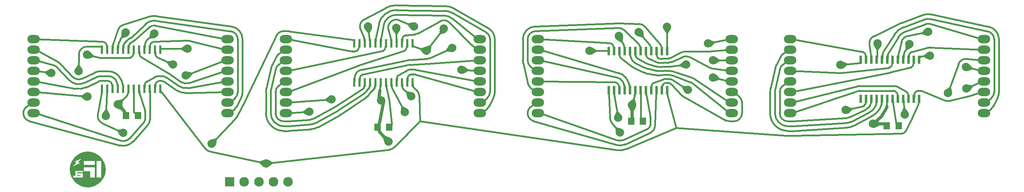
<source format=gbr>
G04 DipTrace 2.4.0.2*
%INÍèæí³é.gbr*%
%MOMM*%
%ADD13C,0.8*%
%ADD14C,0.4*%
%ADD15C,0.0*%
%ADD16R,2.3X2.3*%
%ADD17C,2.3*%
%ADD19O,3.0X2.0*%
%ADD20R,1.6X1.8*%
%ADD21R,0.6X2.0*%
%ADD23C,2.0*%
%FSLAX53Y53*%
G04*
G71*
G90*
G75*
G01*
%LNBottom*%
%LPD*%
X220606Y32852D2*
D14*
X220433Y33253D1*
X220242Y32860D1*
X217136Y28663D2*
D13*
X217386Y28117D1*
X218576Y28663D1*
X217386Y29208D1*
X217136Y28663D1*
X101194Y24391D2*
X101424Y24945D1*
X100215Y25447D1*
X100624Y24204D1*
X101194Y24391D1*
X159467Y33230D2*
D14*
X160231Y33468D1*
X159861Y34657D1*
X158933Y33826D1*
X159467Y33230D1*
X217136Y28663D2*
D13*
X217723Y28538D1*
X217866Y29216D1*
X217136Y28663D1*
X159467Y33230D2*
X158922Y32980D1*
X159467Y31790D1*
X160012Y32980D1*
X159467Y33230D1*
X36392Y33375D2*
D14*
X37167Y33177D1*
X37474Y34384D1*
X36249Y34162D1*
X36392Y33375D1*
X99232Y36676D2*
X99123Y37099D1*
X98874Y36740D1*
X36392Y33375D2*
D13*
X36173Y32816D1*
X37392Y32339D1*
X36958Y33574D1*
X36392Y33375D1*
X220542Y34665D2*
D14*
X220442Y33865D1*
Y33665D1*
Y33655D1*
Y33645D1*
X220422Y32773D1*
D13*
X220419Y32766D1*
X220403Y32727D1*
X220385Y32689D1*
X219928Y31713D1*
G02X219323Y30752I-4166J1953D01*
G01*
X218814Y30130D1*
G02X217866Y29216I-4325J3539D01*
G01*
X101194Y24391D2*
X99053Y26702D1*
G02X98946Y26974I293J272D01*
G01*
Y27373D1*
X98546Y27873D1*
X159291Y29287D2*
X159467Y29787D1*
X38951Y37046D2*
D14*
X38851Y36246D1*
Y36046D1*
G02X38575Y35410I-870J0D01*
G01*
X36392Y33375D1*
X99305Y38635D2*
X99205Y37835D1*
Y37635D1*
G02X99191Y37482I-874J0D01*
G01*
X99039Y36626D1*
D13*
X98849Y34572D1*
X99447Y34291D1*
X217866Y29216D2*
X217174Y29261D1*
X217136Y28663D1*
X220447Y28167D2*
X220047Y28663D1*
X217136D2*
X220047D1*
X99447Y34291D2*
X99995Y34466D1*
X99996Y34461D2*
X99995Y34466D1*
X99447Y34291D2*
X100011Y34179D1*
G03X99996Y34461I-565J112D01*
G01*
X98546Y27873D2*
X98946Y28373D1*
Y28774D1*
X98948Y28813D1*
X98954Y28851D1*
X100011Y34179D1*
X159467Y33230D2*
D14*
X160092Y35497D1*
G03X160124Y35728I-840J231D01*
G01*
Y35928D1*
X160224Y36728D1*
X159467Y29787D2*
D13*
Y33230D1*
X38413Y30635D2*
X38013Y31135D1*
X36392Y33375D2*
X37901Y31813D1*
G02X38013Y31535I-288J-278D01*
G01*
Y31135D1*
X99447Y34291D2*
X98897Y34122D1*
G03X99996Y34461I550J170D01*
G01*
X98895Y34127D2*
X98897Y34122D1*
X98849Y34572D2*
G03X98895Y34127I1146J-106D01*
G01*
X71860Y19146D2*
D14*
X72364Y18526D1*
X73330Y19311D1*
X72214Y19863D1*
X71860Y19146D1*
X71577Y19895D1*
X70412Y19455D1*
X71290Y18577D1*
X71860Y19146D1*
X167844Y36728D2*
X167944Y35928D1*
Y35728D1*
X167945Y35703D1*
X167950Y35677D1*
X170072Y27716D1*
X196368Y25824D1*
G03X196755Y25810I387J5376D01*
G01*
X197755D1*
X197807D1*
X197860Y25811D1*
X224065Y26317D1*
G03X224900Y26849I-18J950D01*
G01*
X226482Y30080D1*
X226490Y30097D1*
X226498Y30114D1*
X227981Y33298D1*
G03X228062Y33665I-790J368D01*
G01*
Y33865D1*
X228162Y34665D1*
X106925Y38635D2*
X107025Y37835D1*
Y37635D1*
G03X107091Y37486I200J0D01*
G01*
X107915Y36750D1*
G02X108565Y35338I-1299J-1454D01*
G01*
X108694Y29322D1*
X102593Y23033D1*
G02X101411Y22453I-1400J1358D01*
G01*
X71860Y19146D1*
X108694Y29322D2*
X155939Y22356D1*
G03X158230Y22653I620J4205D01*
G01*
X170072Y27716D1*
X71860Y19146D2*
X58485Y22000D1*
G02X57344Y22720I407J1907D01*
G01*
X47030Y36168D1*
G03X46871Y36246I-159J-122D01*
G01*
X46671D1*
X46571Y37046D1*
X110276Y46226D2*
X110079Y47002D1*
X108872Y46695D1*
X109653Y45725D1*
X110276Y46226D1*
X167815Y52002D2*
X167142Y51570D1*
X167815Y50523D1*
X168488Y51570D1*
X167815Y52002D1*
X230764Y45063D2*
X230276Y45696D1*
X229290Y44935D1*
X230391Y44355D1*
X230764Y45063D1*
X114443Y51587D2*
X113646Y51659D1*
X113535Y50419D1*
X114709Y50833D1*
X114443Y51587D1*
X110276Y46226D2*
X111073Y46154D1*
X111184Y47395D1*
X110010Y46981D1*
X110276Y46226D1*
X53124Y46728D2*
X52691Y47401D1*
X51644Y46728D1*
X52691Y46054D1*
X53124Y46728D1*
X106925Y48035D2*
X107025Y47235D1*
X107225D1*
X107257Y47232D1*
X107288Y47224D1*
X110276Y46226D1*
X167844Y46129D2*
X167815Y46929D1*
Y52002D1*
X228162Y44065D2*
X228262Y44865D1*
X228462D1*
X228471D1*
X228480Y44866D1*
X230764Y45063D1*
X53124Y46728D2*
X46671D1*
X46571Y46446D1*
X110276Y46226D2*
X114443Y51587D1*
X33871Y46446D2*
X33771Y47246D1*
Y47446D1*
G03X33249Y48243I-870J0D01*
G01*
X33081Y48317D1*
G03X32737Y48395I-379J-869D01*
G01*
X16765Y48990D1*
X16265D1*
X29159Y35202D2*
X28787Y35911D1*
X27685Y35332D1*
X28669Y34570D1*
X29159Y35202D1*
X49655Y42904D2*
X49549Y43697D1*
X48315Y43531D1*
X48979Y42477D1*
X49655Y42904D1*
X29159Y35202D2*
X16765Y36290D1*
X16265D1*
X45301Y46446D2*
X45401Y45646D1*
Y45446D1*
G03X45903Y44658I870J0D01*
G01*
X49655Y42904D1*
X16265Y36290D2*
D3*
X38951Y46446D2*
X39051Y47246D1*
Y47446D1*
X39054Y47475D1*
X39060Y47504D1*
X39061Y47508D1*
G02X39184Y47761I858J-261D01*
G01*
X39278Y47895D1*
G02X39558Y48142I643J-449D01*
G01*
X39575Y48150D1*
G03X40125Y48528I-1283J2457D01*
G01*
X43856Y51818D1*
G02X45522Y52269I1290J-1463D01*
G01*
X62165Y48990D1*
X62665D1*
X29051Y45291D2*
X29304Y44532D1*
X30485Y44927D1*
X29635Y45837D1*
X29051Y45291D1*
X20546Y40854D2*
X20209Y41580D1*
X19080Y41054D1*
X20027Y40246D1*
X20546Y40854D1*
X40221Y46446D2*
X40121Y45646D1*
Y45446D1*
G02X39599Y44649I-870J0D01*
G01*
X39431Y44575D1*
G02X39051Y44496I-380J871D01*
G01*
X32301D1*
G02X32068Y44525I0J950D01*
G01*
X29051Y45291D1*
X20546Y40854D2*
X16765Y41370D1*
X16265D1*
X35141Y46446D2*
X35241Y47246D1*
Y47446D1*
G02X35320Y47919I1468J0D01*
G01*
X36447Y51233D1*
G02X37706Y52465I1846J-628D01*
G01*
X43866Y54409D1*
G02X45736Y54565I1279J-4053D01*
G01*
X63596Y52060D1*
G02X66265Y48990I-431J-3070D01*
G01*
Y36290D1*
G02X65929Y34887I-3100J0D01*
G01*
X64904Y32867D1*
G02X64415Y32253I-1740J884D01*
G01*
X63165Y31210D1*
X62665D1*
X44031Y46446D2*
X44131Y47246D1*
Y47446D1*
G02X44653Y48243I870J0D01*
G01*
X44821Y48317D1*
G02X45168Y48395I380J-871D01*
G01*
X53054Y48676D1*
G02X53602Y48618I70J-1948D01*
G01*
X62165Y46450D1*
X62665D1*
X37681Y46446D2*
X37781Y47246D1*
Y47446D1*
G02X37955Y47967I870J0D01*
G01*
X38170Y48255D1*
G02X38345Y48447I1082J-809D01*
G01*
X38614Y48691D1*
G02X39072Y48999I1307J-1444D01*
G01*
G03X39518Y49307I-776J1604D01*
G01*
X43017Y52610D1*
G02X45576Y53426I2128J-2254D01*
G01*
X63436Y50921D1*
G02X65115Y48990I-271J-1931D01*
G01*
Y36290D1*
G02X64415Y34793I-1950J0D01*
G01*
X63165Y33750D1*
X62665D1*
X41491Y46446D2*
X41591Y45646D1*
Y45446D1*
G03X42018Y44697I870J0D01*
G01*
X48527Y40842D1*
X48627Y40781D1*
X48724Y40716D1*
X51605Y38718D1*
G03X53325Y38467I1112J1602D01*
G01*
X62165Y41370D1*
X62665D1*
X94225Y48035D2*
X94125Y47235D1*
Y47035D1*
G02X93603Y46237I-870J0D01*
G01*
X93435Y46164D1*
G02X93055Y46085I-380J871D01*
G01*
X92655D1*
G02X92479Y46101I1J954D01*
G01*
X77118Y48990D1*
X76618D1*
X105655Y48035D2*
X105555Y47235D1*
Y47035D1*
G02X105033Y46237I-870J0D01*
G01*
X104865Y46164D1*
X104821Y46146D1*
X104776Y46130D1*
X94200Y42729D1*
X94123Y42703D1*
X94048Y42676D1*
X77118Y36290D1*
X76618D1*
X99305Y48035D2*
X99405Y48835D1*
Y49035D1*
G02X99420Y49195I875J-1D01*
G01*
X100006Y52325D1*
G02X103098Y54854I3047J-571D01*
G01*
X114489Y54687D1*
G02X116405Y53988I-45J-3100D01*
G01*
X122518Y48990D1*
X123018D1*
X100575Y48035D2*
X100475Y47235D1*
Y47035D1*
G02X99953Y46237I-870J0D01*
G01*
X99785Y46164D1*
G02X99601Y46105I-381J874D01*
G01*
X77118Y41370D1*
X76618D1*
X95495Y48035D2*
X95395Y48835D1*
Y49035D1*
G03X95322Y49382I-869J0D01*
G01*
X94500Y51268D1*
G02X95368Y53767I1788J779D01*
G01*
X100505Y56516D1*
G02X103132Y57154I2547J-4762D01*
G01*
X114522Y56987D1*
G02X117149Y56261I-79J-5398D01*
G01*
X125072Y51673D1*
G02X126618Y48990I-1553J-2683D01*
G01*
Y36290D1*
G02X126282Y34887I-3100J0D01*
G01*
X125257Y32867D1*
G02X124768Y32253I-1740J884D01*
G01*
X123518Y31210D1*
X123018D1*
X104385Y48035D2*
X104485Y48835D1*
Y49035D1*
G02X105007Y49832I870J0D01*
G01*
X105175Y49905D1*
G02X105471Y49981I380J-871D01*
G01*
X107426Y50155D1*
G03X108190Y50387I-172J1942D01*
G01*
X113507Y53298D1*
G02X115827Y52961I936J-1710D01*
G01*
X121134Y47616D1*
X121200Y47553D1*
X121269Y47493D1*
X122518Y46450D1*
X123018D1*
X98035Y48035D2*
X98135Y48835D1*
Y49035D1*
G02X98154Y49219I865J1D01*
G01*
X98899Y52654D1*
G02X103115Y56004I4154J-901D01*
G01*
X114505Y55837D1*
G02X116573Y55265I-62J-4248D01*
G01*
X124495Y50678D1*
G02X125468Y48990I-977J-1688D01*
G01*
Y36290D1*
G02X124768Y34793I-1950J0D01*
G01*
X123518Y33750D1*
X123018D1*
X118644Y41665D2*
X119024Y40961D1*
X120120Y41553D1*
X119126Y42303D1*
X118644Y41665D1*
X107253Y52097D2*
X107117Y52885D1*
X105890Y52673D1*
X106593Y51645D1*
X107253Y52097D1*
X118644Y41665D2*
X122518Y41370D1*
X123018D1*
X101845Y48035D2*
X101745Y48835D1*
Y49035D1*
G03X101714Y49265I-872J0D01*
G01*
X101172Y51238D1*
G02X103811Y53550I1880J516D01*
G01*
X107253Y52097D1*
X123018Y41370D2*
D3*
X155144Y46129D2*
X155044Y46929D1*
Y47129D1*
G03X154522Y47926I-870J0D01*
G01*
X154354Y47999D1*
G03X154026Y48077I-380J-871D01*
G01*
X137437Y48990D1*
X136937D1*
X166574Y46129D2*
X166474Y46929D1*
Y47129D1*
G03X166263Y47696I-870J0D01*
G01*
X162551Y52014D1*
G03X161135Y52691I-1479J-1271D01*
G01*
X156381Y52844D1*
X156272Y52845D1*
X156163Y52843D1*
X136319Y52088D1*
G03X133337Y48990I118J-3098D01*
G01*
Y43910D1*
G03X133418Y43208I3101J0D01*
G01*
X134538Y38389D1*
G03X135188Y37333I1899J441D01*
G01*
X136437Y36290D1*
X136937D1*
X177649Y47978D2*
X178233Y47394D1*
X179101Y48262D1*
X177944Y48722D1*
X177649Y47978D1*
X172383Y42948D2*
X171865Y43558D1*
X170916Y42751D1*
X172044Y42224D1*
X172383Y42948D1*
X177649Y47978D2*
X182837Y48990D1*
X183337D1*
X160224Y46129D2*
X160324Y45328D1*
Y45129D1*
G03X160772Y44367I870J0D01*
G01*
X162717Y43291D1*
G03X163120Y43120I1016J1835D01*
G01*
X165388Y42428D1*
G03X166274Y42295I886J2902D01*
G01*
G03X166753Y42336I0J2839D01*
G01*
G02X167544Y42404I790J-4602D01*
G01*
X168144D1*
G03X168534Y42430I0J2929D01*
G01*
X172383Y42948D1*
X183337Y48990D2*
D3*
X161494Y46129D2*
X161394Y46929D1*
Y47129D1*
G03X161130Y47752I-870J0D01*
G01*
X157640Y51144D1*
G03X156207Y51694I-1359J-1398D01*
G01*
X136363Y50939D1*
G03X134487Y48990I74J-1949D01*
G01*
Y43910D1*
G03X135188Y42413I1950J0D01*
G01*
X136437Y41370D1*
X136937D1*
X156414Y46129D2*
X156514Y45328D1*
Y45129D1*
G03X156840Y44449I870J0D01*
G01*
X159163Y42591D1*
G03X159722Y42231I2031J2539D01*
G01*
X161742Y41205D1*
G03X162791Y40831I1993J3925D01*
G01*
X164576Y40439D1*
G03X165604Y40328I1028J4689D01*
G01*
X165668D1*
X165733Y40330D1*
X166398Y40347D1*
G03X167083Y40414I-125J4791D01*
G01*
G02X167544Y40453I461J-2680D01*
G01*
X168144D1*
G02X169168Y40268I0J-2924D01*
G01*
X173491Y38651D1*
G02X174036Y38340I-683J-1826D01*
G01*
X182837Y31210D1*
X183337D1*
X165304Y46129D2*
X165404Y45328D1*
Y45129D1*
G03X166361Y44263I870J0D01*
G01*
X166559Y44283D1*
X166575Y44285D1*
X166592Y44287D1*
G02X167544Y44353I951J-6742D01*
G01*
X168144D1*
G03X168497Y44439I0J774D01*
G01*
X170968Y45707D1*
G02X172395Y46048I1415J-2758D01*
G01*
X177641Y46028D1*
X177725Y46030D1*
X177809Y46035D1*
X182837Y46450D1*
X183337D1*
X158954Y46129D2*
X159054Y45328D1*
Y45129D1*
G03X159081Y44912I868J0D01*
G01*
X159160Y44606D1*
G03X160243Y43256I2033J523D01*
G01*
X162262Y42231D1*
G03X163013Y41959I1471J2898D01*
G01*
X165385Y41420D1*
G03X166274Y41320I889J3913D01*
G01*
G03X166918Y41375I0J3802D01*
G01*
G02X167544Y41428I626J-3651D01*
G01*
X168144D1*
G02X169371Y41230I0J-3900D01*
G01*
X173784Y39768D1*
G02X174552Y39388I-973J-2939D01*
G01*
X182837Y33750D1*
X183337D1*
X162764Y46129D2*
X162864Y45328D1*
Y45129D1*
G03X163386Y44331I870J0D01*
G01*
X163554Y44258D1*
X163562Y44254D1*
X165472Y43442D1*
G03X165788Y43337I802J1887D01*
G01*
X165834Y43326D1*
G03X166579Y43298I440J1802D01*
G01*
G02X167544Y43379I964J-5770D01*
G01*
X168144D1*
G03X168938Y43547I0J1951D01*
G01*
X171589Y44729D1*
G02X173298Y44670I794J-1781D01*
G01*
X177883Y42233D1*
G03X178506Y42027I915J1722D01*
G01*
X182837Y41370D1*
X183337D1*
X215462Y44065D2*
X215362Y44865D1*
Y45065D1*
G03X214840Y45862I-870J0D01*
G01*
X214672Y45936D1*
G03X214460Y46000I-378J-866D01*
G01*
X197755Y48990D1*
X197255D1*
X226892Y44065D2*
X226792Y43265D1*
Y43065D1*
G02X226270Y42268I-870J0D01*
G01*
X226102Y42194D1*
G02X225946Y42142I-381J874D01*
G01*
X221337Y41024D1*
X221297Y41015D1*
X221256Y41006D1*
X197755Y36290D1*
X197255D1*
X220542Y44065D2*
X220642Y44865D1*
Y45065D1*
G02X220770Y45518I870J0D01*
G01*
X223186Y49478D1*
G02X224744Y50766I2646J-1615D01*
G01*
X229652Y52607D1*
G02X230895Y52649I685J-1826D01*
G01*
X243155Y48990D1*
X243655D1*
X221812Y44065D2*
X221712Y43265D1*
Y43065D1*
G02X221190Y42268I-870J0D01*
G01*
X221022Y42194D1*
G02X220745Y42120I-380J871D01*
G01*
X209542Y40899D1*
G02X209249Y40890I-211J1939D01*
G01*
X197755Y41370D1*
X197255D1*
X216732Y44065D2*
X216632Y44865D1*
Y45065D1*
X216630Y45128D1*
X216623Y45191D1*
X216257Y47700D1*
G02X217334Y49735I1930J281D01*
G01*
X223471Y52720D1*
G02X223937Y52920I2358J-4847D01*
G01*
X228845Y54760D1*
G02X231229Y54936I1492J-3980D01*
G01*
X244806Y52021D1*
G02X247255Y48990I-651J-3031D01*
G01*
Y36290D1*
G02X246919Y34887I-3100J0D01*
G01*
X245894Y32867D1*
G02X245405Y32253I-1740J884D01*
G01*
X244155Y31210D1*
X243655D1*
X225622Y44065D2*
X225722Y44865D1*
Y45065D1*
G02X226244Y45862I870J0D01*
G01*
X226412Y45936D1*
X226482Y45963D1*
X226554Y45984D1*
X230274Y46950D1*
G02X230853Y47011I490J-1889D01*
G01*
X243155Y46450D1*
X243655D1*
X219272Y44065D2*
X219372Y44865D1*
Y45065D1*
G02X219400Y45281I868J0D01*
G01*
X219478Y45588D1*
G02X219739Y46189I2034J-523D01*
G01*
X222243Y50139D1*
G02X224341Y51843I3589J-2276D01*
G01*
X229249Y53683D1*
G02X230988Y53812I1088J-2903D01*
G01*
X244565Y50897D1*
G02X246105Y48990I-409J-1907D01*
G01*
Y36290D1*
G02X245405Y34793I-1950J0D01*
G01*
X244155Y33750D1*
X243655D1*
X239386Y42328D2*
X239639Y41569D1*
X240820Y41964D1*
X239971Y42874D1*
X239386Y42328D1*
X230337Y50781D2*
X229761Y51356D1*
X228887Y50482D1*
X230049Y50034D1*
X230337Y50781D1*
X239386Y42328D2*
X243155Y41370D1*
X243655D1*
X223082Y44065D2*
X223182Y44865D1*
Y45065D1*
G02X223225Y45415I1472J0D01*
G01*
X223939Y48328D1*
G02X225440Y49774I1894J-464D01*
G01*
X230337Y50781D1*
X243655Y41370D2*
D3*
X27044Y41293D2*
X27723Y41716D1*
X27065Y42773D1*
X26377Y41735D1*
X27044Y41293D1*
X32601Y46446D2*
X32501Y47241D1*
X29051D1*
G03X27101Y45318I0J-1950D01*
G01*
X27044Y41293D1*
X37735Y26477D2*
X37627Y27269D1*
X36394Y27102D1*
X37059Y26049D1*
X37735Y26477D1*
X58892Y23907D2*
X59677Y23755D1*
X59913Y24978D1*
X58703Y24685D1*
X58892Y23907D1*
X37735Y26477D2*
X32719Y28813D1*
G02X31621Y30912I823J1768D01*
G01*
X32498Y36012D1*
X32501Y36029D1*
Y36046D1*
Y36246D1*
X32601Y37046D1*
X92955Y48035D2*
X92855Y48835D1*
X92655D1*
X92641D1*
X92628Y48837D1*
X77382Y50922D1*
G03X77118Y50940I-264J-1929D01*
G01*
X76118D1*
G03X74359Y49832I0J-1950D01*
G01*
X66998Y34455D1*
X66977Y34410D1*
X66954Y34366D1*
X64904Y30327D1*
G02X64576Y29864I-1740J884D01*
G01*
X58892Y23907D1*
X116401Y46916D2*
X115726Y47345D1*
X115058Y46294D1*
X116292Y46124D1*
X116401Y46916D1*
X149289Y46243D2*
X149721Y45570D1*
X150769Y46243D1*
X149721Y46916D1*
X149289Y46243D1*
X116401Y46916D2*
X111096Y44457D1*
G02X110398Y44280I-820J1767D01*
G01*
X106349Y44026D1*
G03X105739Y43945I274J-4384D01*
G01*
X94772Y41692D1*
G03X93161Y40158I423J-2057D01*
G01*
X93082Y39851D1*
G03X93055Y39635I841J-216D01*
G01*
Y39435D1*
X92955Y38635D1*
X153874Y46129D2*
X153774Y46243D1*
X149289D1*
X156559Y26560D2*
X156803Y27322D1*
X155617Y27701D1*
X155765Y26465D1*
X156559Y26560D1*
X209330Y42838D2*
X209824Y42208D1*
X210804Y42976D1*
X209698Y43548D1*
X209330Y42838D1*
X156559Y26560D2*
X154632Y28894D1*
G02X154187Y30062I1504J1242D01*
G01*
X153975Y35673D1*
X153974Y35701D1*
Y35728D1*
Y35928D1*
X153874Y36728D1*
X214192Y44065D2*
X214092Y43265D1*
X213892D1*
X213883D1*
X213874Y43264D1*
X209330Y42838D1*
X218187Y47982D2*
X217501Y47569D1*
X218144Y46502D1*
X218847Y47530D1*
X218187Y47982D1*
X156281Y49745D2*
X155897Y49044D1*
X156988Y48445D1*
X157079Y49687D1*
X156281Y49745D1*
X161073Y50742D2*
X160849Y49974D1*
X162044Y49626D1*
X161864Y50858D1*
X161073Y50742D1*
X45145Y50356D2*
X44377Y50579D1*
X44029Y49384D1*
X45261Y49564D1*
X45145Y50356D1*
X96288Y52048D2*
X95675Y51534D1*
X96475Y50580D1*
X97010Y51704D1*
X96288Y52048D1*
X103053Y51754D2*
X102380Y51322D1*
X103053Y50274D1*
X103726Y51322D1*
X103053Y51754D1*
X225833Y47864D2*
X225066D1*
Y46598D1*
X226184Y47145D1*
X225833Y47864D1*
X38293Y50605D2*
X37496Y50676D1*
X37391Y49485D1*
X38532Y49841D1*
X38293Y50605D1*
X218002Y44065D2*
X218102Y44865D1*
Y45065D1*
Y45078D1*
X218103Y45090D1*
X218187Y47982D1*
X157684Y46129D2*
X157584Y46929D1*
Y47129D1*
G03X157478Y47544I-871J0D01*
G01*
X156281Y49745D1*
X164034Y46129D2*
X163934Y46929D1*
Y47129D1*
G03X163720Y47700I-870J0D01*
G01*
X161073Y50742D1*
X42761Y46446D2*
X42861Y47246D1*
Y47446D1*
G02X42889Y47663I868J0D01*
G01*
X42967Y47969D1*
G02X43622Y49030I2034J-523D01*
G01*
X45145Y50356D1*
X96765Y48035D2*
X96665Y48835D1*
Y49035D1*
X96663Y49090D1*
X96658Y49145D1*
X96288Y52048D1*
X103053Y51754D2*
Y48835D1*
X103115Y48035D1*
X224352Y44065D2*
X224452Y44865D1*
Y45065D1*
G02X224480Y45281I868J0D01*
G01*
X224558Y45588D1*
G02X224796Y46153I2037J-524D01*
G01*
X225833Y47864D1*
X36411Y46446D2*
X36511Y47246D1*
Y47446D1*
G02X36539Y47663I868J0D01*
G01*
X36617Y47969D1*
G02X36750Y48337I2035J-523D01*
G01*
X36978Y48825D1*
G02X37391Y49485I2937J-1375D01*
G01*
X38293Y50605D1*
X40221Y37046D2*
X40213Y31535D1*
G03X40413Y31335I200J0D01*
G01*
X40613D1*
X41213Y30635D1*
X100575Y38635D2*
X100675Y37835D1*
Y37635D1*
G03X100697Y37439I871J0D01*
G01*
X101323Y34724D1*
G02X101362Y34487I-1888J-434D01*
G01*
X101946Y28774D1*
Y28573D1*
X101346Y27873D1*
X161494Y36728D2*
X161594Y35928D1*
Y29986D1*
X162091Y29287D1*
X221812Y34665D2*
X221912Y33865D1*
Y33665D1*
X221915Y33595D1*
X221924Y33525D1*
X222644Y29099D1*
X222646Y29083D1*
X222647Y29067D1*
Y28867D1*
X223247Y28167D1*
X35141Y37046D2*
X35041Y37846D1*
Y38046D1*
G03X34519Y38843I-870J0D01*
G01*
X34351Y38917D1*
G03X33971Y38996I-380J-871D01*
G01*
X32301D1*
G03X31891Y38903I0J-950D01*
G01*
X28880Y37460D1*
G02X26289Y37111I-1836J3834D01*
G01*
X16765Y38830D1*
X16265D1*
X45301Y37046D2*
X45401Y37846D1*
Y38046D1*
G02X45923Y38843I870J0D01*
G01*
X46091Y38917D1*
G02X46471Y38996I380J-871D01*
G01*
X46871D1*
G02X47413Y38827I0J-949D01*
G01*
X50294Y36828D1*
G03X52816Y36071I2422J3491D01*
G01*
X62165Y36290D1*
X62665D1*
X42761Y37046D2*
X42861Y37846D1*
Y38046D1*
G02X43310Y38807I870J0D01*
G01*
X45254Y39883D1*
G02X46271Y40146I1017J-1837D01*
G01*
X46871D1*
G02X48068Y39771I0J-2100D01*
G01*
X50949Y37773D1*
G03X53252Y37266I1767J2547D01*
G01*
X62165Y38830D1*
X62665D1*
X37681Y37046D2*
X37581Y37846D1*
Y38046D1*
G03X37554Y38262I-868J0D01*
G01*
X37475Y38569D1*
G03X37343Y38937I-2035J-523D01*
G01*
X37114Y39425D1*
G03X34171Y41296I-2943J-1379D01*
G01*
X32301D1*
G03X30897Y40977I0J-3250D01*
G01*
X27886Y39535D1*
G02X25619Y39963I-842J1759D01*
G01*
X22812Y42969D1*
G03X22032Y43575I-2269J-2118D01*
G01*
X16765Y46450D1*
X16265D1*
X33543Y30581D2*
X34233Y30985D1*
X33605Y32060D1*
X32888Y31041D1*
X33543Y30581D1*
X52716Y40320D2*
X53360Y39844D1*
X54100Y40845D1*
X52881Y41103D1*
X52716Y40320D1*
X33871Y37046D2*
X33771Y36246D1*
Y36046D1*
Y36028D1*
Y36009D1*
X33543Y30581D1*
X52716Y40320D2*
X62165Y43910D1*
X62665D1*
X36411Y37046D2*
X36311Y37846D1*
Y38046D1*
G03X36284Y38262I-868J0D01*
G01*
X36205Y38569D1*
G03X34171Y40146I-2034J-523D01*
G01*
X32301D1*
G03X31394Y39940I0J-2099D01*
G01*
X28383Y38498D1*
G02X24778Y39178I-1339J2796D01*
G01*
X21972Y42185D1*
G03X21061Y42735I-1426J-1331D01*
G01*
X16765Y43910D1*
X16265D1*
X44031Y37046D2*
X44113Y36246D1*
Y29735D1*
G02X43574Y28331I-2100J0D01*
G01*
X40039Y24403D1*
G02X36928Y23484I-2304J2074D01*
G01*
X15257Y29327D1*
G02X14516Y32707I508J1883D01*
G01*
X15765Y33750D1*
X16265D1*
X41491Y37046D2*
X41591Y36246D1*
Y36046D1*
G03X41634Y35777I868J0D01*
G01*
X42917Y31829D1*
G02X42963Y31535I-904J-294D01*
G01*
Y29735D1*
G02X42719Y29100I-950J0D01*
G01*
X39185Y25172D1*
G02X37135Y24621I-1449J1304D01*
G01*
X16765Y31210D1*
X16265D1*
X95495Y38635D2*
X95395Y37835D1*
Y37635D1*
X95393Y37605D1*
X95386Y37576D1*
X95385Y37572D1*
G02X95278Y37344I-859J262D01*
G01*
X95187Y37203D1*
G02X94952Y36970I-662J431D01*
G01*
X88657Y32922D1*
X88604Y32889D1*
X88550Y32858D1*
X83202Y29885D1*
G02X82398Y29644I-948J1705D01*
G01*
X77262Y29265D1*
X77190Y29261D1*
X77118Y29260D1*
X76118D1*
G02X74168Y31210I0J1950D01*
G01*
Y36290D1*
G02X74869Y37787I1950J0D01*
G01*
X76118Y38830D1*
X76618D1*
X105655Y38635D2*
X105755Y39435D1*
Y39635D1*
G02X106277Y40432I870J0D01*
G01*
X106445Y40505D1*
G02X106825Y40585I380J-871D01*
G01*
X107225D1*
G02X107484Y40549I0J-951D01*
G01*
X122518Y36290D1*
X123018D1*
X103115Y38635D2*
X103215Y39435D1*
Y39635D1*
G02X103663Y40396I870J0D01*
G01*
X105608Y41472D1*
G02X106625Y41735I1017J-1837D01*
G01*
X107225D1*
G02X107622Y41697I1J-2094D01*
G01*
X122518Y38830D1*
X123018D1*
X98035Y38635D2*
X97935Y37835D1*
Y37635D1*
X97933Y37605D1*
X97926Y37576D1*
X97925Y37572D1*
X97916Y37546D2*
X97856Y37367D1*
G02X97685Y37076I-790J267D01*
G01*
X97216Y36555D1*
X97192Y36529D1*
X97168Y36503D1*
G03X96758Y35981I2270J-2204D01*
G01*
G02X96312Y35425I-2632J1653D01*
G01*
X96211Y35325D1*
G02X95747Y34943I-2290J2314D01*
G01*
X89985Y31043D1*
G02X89668Y30848I-2367J3493D01*
G01*
X84320Y27875D1*
G02X82567Y27350I-2065J3713D01*
G01*
X77431Y26972D1*
X77275Y26963D1*
X77118Y26960D1*
X76118D1*
G02X71868Y31210I0J4250D01*
G01*
Y36290D1*
G02X71978Y37252I4246J1D01*
G01*
X73099Y42072D1*
G02X73354Y42774I3016J-701D01*
G01*
X74379Y44793D1*
G02X74869Y45407I1740J-884D01*
G01*
X76118Y46450D1*
X76618D1*
X94225Y38635D2*
X94325Y39435D1*
Y39635D1*
G02X94847Y40432I870J0D01*
G01*
X95015Y40505D1*
G02X95200Y40565I380J-869D01*
G01*
X105959Y42816D1*
G02X106421Y42878I666J-3188D01*
G01*
X110470Y43132D1*
X110476Y43133D1*
X122518Y43910D1*
X123018D1*
X96765Y38635D2*
X96665Y37835D1*
Y37635D1*
X96663Y37605D1*
X96656Y37576D1*
X96655Y37572D1*
G02X96542Y37334I-859J262D01*
G01*
X96449Y37196D1*
X96414Y37148D1*
X96376Y37103D1*
G03X96117Y36790I3109J-2844D01*
G01*
X95804Y36374D1*
G02X95274Y35877I-1682J1263D01*
G01*
X89300Y31968D1*
X89205Y31909D1*
X89109Y31853D1*
X83761Y28879D1*
G02X82483Y28497I-1507J2711D01*
G01*
X77346Y28118D1*
X77232Y28112D1*
X77118Y28110D1*
X76118D1*
G02X73018Y31210I0J3100D01*
G01*
Y36290D1*
G02X73099Y36992I3101J0D01*
G01*
X74219Y41811D1*
G02X74869Y42867I1900J-442D01*
G01*
X76118Y43910D1*
X76618D1*
X87602Y34562D2*
X87119Y35200D1*
X86127Y34448D1*
X87223Y33858D1*
X87602Y34562D1*
X106615Y35296D2*
X106752Y36084D1*
X105525Y36297D1*
X105841Y35093D1*
X106615Y35296D1*
X87602Y34562D2*
X77118Y33750D1*
X76618D1*
X104385Y38635D2*
X104485Y37835D1*
Y37635D1*
G03X104766Y36994I870J0D01*
G01*
X106615Y35296D1*
X76618Y33750D2*
D3*
X82254Y31589D2*
X81774Y32228D1*
X80778Y31480D1*
X81873Y30886D1*
X82254Y31589D1*
X105068Y31468D2*
X105463Y32163D1*
X104381Y32778D1*
X104271Y31538D1*
X105068Y31468D1*
X82254Y31589D2*
X77118Y31210D1*
X76618D1*
X101845Y38635D2*
X101945Y37835D1*
Y37635D1*
G03X102044Y37230I870J0D01*
G01*
X105068Y31468D1*
X76618Y31210D2*
D3*
X156414Y36728D2*
X156314Y37529D1*
Y37728D1*
G03X155792Y38526I-870J0D01*
G01*
X155624Y38599D1*
G03X155252Y38678I-380J-871D01*
G01*
X137437Y38830D1*
X136937D1*
X166574Y36728D2*
X166674Y37529D1*
Y37728D1*
G02X166702Y37831I200J0D01*
G01*
X166879Y38126D1*
G02X167544Y38504I665J-398D01*
G01*
X168144D1*
G02X168519Y38407I0J-775D01*
G01*
X168604Y38360D1*
G02X168833Y38182I-462J-833D01*
G01*
X171394Y35483D1*
G03X171856Y35123I1414J1342D01*
G01*
X181884Y29508D1*
G03X182837Y29260I953J1701D01*
G01*
X183837D1*
G03X185787Y31210I0J1950D01*
G01*
Y33750D1*
G03X185087Y35247I-1950J0D01*
G01*
X183837Y36290D1*
X183337D1*
X178860Y39836D2*
X179114Y39077D1*
X180295Y39473D1*
X179444Y40382D1*
X178860Y39836D1*
X172808Y36825D2*
Y37631D1*
X171567D1*
X172079Y36496D1*
X172808Y36825D1*
X178860Y39836D2*
X182837Y38830D1*
X183337D1*
X164034Y36728D2*
X164134Y37529D1*
Y37728D1*
G02X164656Y38526I870J0D01*
G01*
X164824Y38599D1*
X164851Y38611D1*
X164879Y38621D1*
X166945Y39373D1*
G02X167544Y39478I598J-1646D01*
G01*
X168144D1*
G02X169205Y39164I0J-1951D01*
G01*
X172808Y36825D1*
X183337Y38830D2*
D3*
X158954Y36728D2*
X158854Y37529D1*
Y37728D1*
G03X158826Y37945I-868J0D01*
G01*
X158748Y38251D1*
G03X158615Y38620I-2035J-523D01*
G01*
X158387Y39107D1*
G03X156366Y40845I-2943J-1379D01*
G01*
X137437Y46450D1*
X136937D1*
X178798Y43955D2*
X179223Y43277D1*
X180278Y43938D1*
X179238Y44623D1*
X178798Y43955D1*
X156136Y30135D2*
X156731Y30670D1*
X155900Y31597D1*
X155402Y30455D1*
X156136Y30135D1*
X178798Y43955D2*
X183337Y43910D1*
X155144Y36728D2*
X155244Y35928D1*
Y35728D1*
X155246Y35659D1*
X155255Y35590D1*
X156136Y30135D1*
X183337Y43910D2*
D3*
X157684Y36728D2*
X157584Y37529D1*
Y37728D1*
G03X157556Y37945I-868J0D01*
G01*
X157478Y38251D1*
G03X155902Y39778I-2034J-523D01*
G01*
X137437Y43910D1*
X136937D1*
X165304Y36728D2*
X165204Y35928D1*
Y35728D1*
Y35716D1*
X165203Y35703D1*
X164991Y28326D1*
G02X163773Y26480I-2099J60D01*
G01*
X157860Y23747D1*
G02X155694Y23584I-1301J2814D01*
G01*
X135893Y29338D1*
G02X135188Y32707I544J1872D01*
G01*
X136437Y33750D1*
X136937D1*
X162764Y36728D2*
X162864Y35928D1*
Y35728D1*
G03X162878Y35573I870J0D01*
G01*
X163826Y30356D1*
G02X163841Y30186I-936J-170D01*
G01*
Y28387D1*
G02X163290Y27524I-950J0D01*
G01*
X157378Y24790D1*
G02X155913Y24721I-818J1770D01*
G01*
X137437Y31210D1*
X136937D1*
X216732Y34665D2*
X216632Y33865D1*
Y33665D1*
G02X216419Y33095I-870J0D01*
G01*
X215886Y32480D1*
G02X215346Y32054I-1395J1212D01*
G01*
X215335Y32048D1*
X215301Y32031D1*
X215267Y32014D1*
X211421Y30210D1*
G02X210709Y30028I-829J1768D01*
G01*
X197871Y29264D1*
X197813Y29261D1*
X197755Y29260D1*
X196755D1*
G02X194805Y31210I0J1950D01*
G01*
Y36290D1*
G02X195506Y37787I1950J0D01*
G01*
X196755Y38830D1*
X197255D1*
X226892Y34665D2*
X226992Y35465D1*
Y35665D1*
G02X227514Y36462I870J0D01*
G01*
X227682Y36536D1*
G02X228062Y36615I380J-871D01*
G01*
X228462D1*
G02X228829Y36541I0J-950D01*
G01*
X234271Y34264D1*
G03X235495Y34171I753J1798D01*
G01*
X239951Y35282D1*
X240009Y35297D1*
X240067Y35314D1*
X243155Y36290D1*
X243655D1*
X239480Y37174D2*
X240150Y36738D1*
X240829Y37782D1*
X239597Y37965D1*
X239480Y37174D1*
X224731Y30938D2*
X225355Y31437D1*
X224578Y32410D1*
X224016Y31298D1*
X224731Y30938D1*
X239480Y37174D2*
X243155Y38830D1*
X243655D1*
X224352Y34665D2*
X224452Y33865D1*
Y33665D1*
X224454Y33620D1*
X224457Y33575D1*
X224731Y30938D1*
X243655Y38830D2*
D3*
X219272Y34665D2*
X219172Y33865D1*
Y33665D1*
G02X219145Y33448I-868J0D01*
G01*
X219066Y33142D1*
G02X218918Y32741I-2038J525D01*
G01*
X218673Y32240D1*
G02X217308Y30817I-2910J1425D01*
G01*
X216338Y30290D1*
X216315Y30278D1*
X216293Y30266D1*
X216276Y30257D1*
X216260Y30249D1*
X212646Y28254D1*
G02X210845Y27732I-2054J3721D01*
G01*
X198008Y26968D1*
X197882Y26962D1*
X197755Y26960D1*
X196755D1*
G02X192505Y31210I0J4250D01*
G01*
Y36290D1*
G02X192616Y37252I4246J1D01*
G01*
X193736Y42072D1*
G02X193991Y42774I3016J-701D01*
G01*
X195017Y44793D1*
G02X195506Y45407I1740J-884D01*
G01*
X196755Y46450D1*
X197255D1*
X235023Y36063D2*
X235804Y36238D1*
X235531Y37453D1*
X234539Y36700D1*
X235023Y36063D1*
X210593Y31975D2*
X211156Y31411D1*
X212038Y32293D1*
X210870Y32725D1*
X210593Y31975D1*
X235023Y36063D2*
X237554Y42997D1*
G02X239580Y44268I1832J-669D01*
G01*
X243155Y43910D1*
X243655D1*
X215462Y34665D2*
X215362Y33865D1*
Y33665D1*
G02X215349Y33593I-198J0D01*
G01*
X215270Y33390D1*
G02X214878Y32951I-778J300D01*
G01*
X214868Y32945D1*
G02X214667Y32872I-375J721D01*
G01*
X210593Y31975D1*
X243655Y43910D2*
D3*
X218002Y34665D2*
X217902Y33865D1*
Y33665D1*
G02X217871Y33432I-868J0D01*
G01*
X217780Y33105D1*
G02X216987Y31967I-2018J561D01*
G01*
X216164Y31373D1*
G02X215813Y31157I-1675J2324D01*
G01*
X215803Y31151D1*
X215780Y31139D2*
X212000Y29213D1*
G02X210777Y28880I-1408J2763D01*
G01*
X197940Y28115D1*
X197848Y28111D1*
X197755Y28110D1*
X196755D1*
G02X193655Y31210I0J3100D01*
G01*
Y36290D1*
G02X193736Y36992I3101J0D01*
G01*
X194856Y41811D1*
G02X195506Y42867I1900J-442D01*
G01*
X196755Y43910D1*
X197255D1*
X225622Y34665D2*
X225522Y35465D1*
Y35665D1*
G03X225074Y36426I-870J0D01*
G01*
X223129Y37502D1*
G03X222112Y37765I-1017J-1837D01*
G01*
X213892D1*
G03X213377Y37701I0J-2102D01*
G01*
X197755Y33750D1*
X197255D1*
X223082Y34665D2*
X222982Y35465D1*
Y35665D1*
G03X222460Y36462I-870J0D01*
G01*
X222292Y36536D1*
G03X221912Y36615I-380J-871D01*
G01*
X213892D1*
G03X213588Y36565I0J-949D01*
G01*
X197755Y31210D1*
X197255D1*
D23*
X99447Y34291D3*
X217136Y28663D3*
X36392Y33375D3*
X159467Y33230D3*
X101194Y24391D3*
X71860Y19146D3*
X53124Y46728D3*
X114443Y51587D3*
X230764Y45063D3*
X110276Y46226D3*
X167815Y52002D3*
X49655Y42904D3*
X29159Y35202D3*
X29051Y45291D3*
X20546Y40854D3*
X107253Y52097D3*
X118644Y41665D3*
X172383Y42948D3*
X177649Y47978D3*
X230337Y50781D3*
X239386Y42328D3*
X27044Y41293D3*
X58892Y23907D3*
X37735Y26477D3*
X149289Y46243D3*
X116401Y46916D3*
X209330Y42838D3*
X156559Y26560D3*
X225833Y47864D3*
X38293Y50605D3*
X103053Y51754D3*
X161073Y50742D3*
X156281Y49745D3*
X218187Y47982D3*
X45145Y50356D3*
X96288Y52048D3*
X33543Y30581D3*
X52716Y40320D3*
X106615Y35296D3*
X87602Y34562D3*
X105068Y31468D3*
X82254Y31589D3*
X172808Y36825D3*
X178860Y39836D3*
X156136Y30135D3*
X178798Y43955D3*
X224731Y30938D3*
X239480Y37174D3*
X210593Y31975D3*
X235023Y36063D3*
D16*
X63176Y14762D3*
D17*
X66676D3*
X70176D3*
X73676D3*
X77176D3*
D19*
X62665Y31210D3*
Y33750D3*
Y36290D3*
Y38830D3*
Y41370D3*
Y43910D3*
Y46450D3*
Y48990D3*
X16265Y31210D3*
Y33750D3*
Y36290D3*
Y38830D3*
Y41370D3*
Y43910D3*
Y46450D3*
Y48990D3*
X123018Y31210D3*
Y33750D3*
Y36290D3*
Y38830D3*
Y41370D3*
Y43910D3*
Y46450D3*
Y48990D3*
X76618Y31210D3*
Y33750D3*
Y36290D3*
Y38830D3*
Y41370D3*
Y43910D3*
Y46450D3*
Y48990D3*
X183337Y31210D3*
Y33750D3*
Y36290D3*
Y38830D3*
Y41370D3*
Y43910D3*
Y46450D3*
Y48990D3*
X136937Y31210D3*
Y33750D3*
Y36290D3*
Y38830D3*
Y41370D3*
Y43910D3*
Y46450D3*
Y48990D3*
X243655Y31210D3*
Y33750D3*
Y36290D3*
Y38830D3*
Y41370D3*
Y43910D3*
Y46450D3*
Y48990D3*
X197255Y31210D3*
Y33750D3*
Y36290D3*
Y38830D3*
Y41370D3*
Y43910D3*
Y46450D3*
Y48990D3*
D20*
X38413Y30635D3*
X41213D3*
X98546Y27873D3*
X101346D3*
X159291Y29287D3*
X162091D3*
X220447Y28167D3*
X223247D3*
D21*
X32601Y46446D3*
X33871D3*
X35141D3*
X36411D3*
X37681D3*
X38951D3*
X40221D3*
X41491D3*
X42761D3*
X44031D3*
X45301D3*
X46571D3*
Y37046D3*
X45301D3*
X44031D3*
X42761D3*
X41491D3*
X40221D3*
X38951D3*
X37681D3*
X36411D3*
X35141D3*
X33871D3*
X32601D3*
X92955Y48035D3*
X94225D3*
X95495D3*
X96765D3*
X98035D3*
X99305D3*
X100575D3*
X101845D3*
X103115D3*
X104385D3*
X105655D3*
X106925D3*
Y38635D3*
X105655D3*
X104385D3*
X103115D3*
X101845D3*
X100575D3*
X99305D3*
X98035D3*
X96765D3*
X95495D3*
X94225D3*
X92955D3*
G36*
X154174Y45129D2*
X153574D1*
Y47129D1*
X154174D1*
Y45129D1*
G37*
G36*
X155444D2*
X154844D1*
Y47129D1*
X155444D1*
Y45129D1*
G37*
G36*
X156714D2*
X156114D1*
Y47129D1*
X156714D1*
Y45129D1*
G37*
G36*
X157984D2*
X157384D1*
Y47129D1*
X157984D1*
Y45129D1*
G37*
G36*
X159254D2*
X158654D1*
Y47129D1*
X159254D1*
Y45129D1*
G37*
G36*
X160524D2*
X159924D1*
Y47129D1*
X160524D1*
Y45129D1*
G37*
G36*
X161794D2*
X161194D1*
Y47129D1*
X161794D1*
Y45129D1*
G37*
G36*
X163064D2*
X162464D1*
Y47129D1*
X163064D1*
Y45129D1*
G37*
G36*
X164334D2*
X163734D1*
Y47129D1*
X164334D1*
Y45129D1*
G37*
G36*
X165604D2*
X165004D1*
Y47129D1*
X165604D1*
Y45129D1*
G37*
G36*
X166874D2*
X166274D1*
Y47129D1*
X166874D1*
Y45129D1*
G37*
G36*
X168144D2*
X167544D1*
Y47129D1*
X168144D1*
Y45129D1*
G37*
G36*
Y35728D2*
X167544D1*
Y37728D1*
X168144D1*
Y35728D1*
G37*
G36*
X166874D2*
X166274D1*
Y37728D1*
X166874D1*
Y35728D1*
G37*
G36*
X165604D2*
X165004D1*
Y37728D1*
X165604D1*
Y35728D1*
G37*
G36*
X164334D2*
X163734D1*
Y37728D1*
X164334D1*
Y35728D1*
G37*
G36*
X163064D2*
X162464D1*
Y37728D1*
X163064D1*
Y35728D1*
G37*
G36*
X161794D2*
X161194D1*
Y37728D1*
X161794D1*
Y35728D1*
G37*
G36*
X160524D2*
X159924D1*
Y37728D1*
X160524D1*
Y35728D1*
G37*
G36*
X159254D2*
X158654D1*
Y37728D1*
X159254D1*
Y35728D1*
G37*
G36*
X157984D2*
X157384D1*
Y37728D1*
X157984D1*
Y35728D1*
G37*
G36*
X156714D2*
X156114D1*
Y37728D1*
X156714D1*
Y35728D1*
G37*
G36*
X155444D2*
X154844D1*
Y37728D1*
X155444D1*
Y35728D1*
G37*
G36*
X154174D2*
X153574D1*
Y37728D1*
X154174D1*
Y35728D1*
G37*
G36*
X214492Y43065D2*
X213892D1*
Y45065D1*
X214492D1*
Y43065D1*
G37*
G36*
X215762D2*
X215162D1*
Y45065D1*
X215762D1*
Y43065D1*
G37*
G36*
X217032D2*
X216432D1*
Y45065D1*
X217032D1*
Y43065D1*
G37*
G36*
X218302D2*
X217702D1*
Y45065D1*
X218302D1*
Y43065D1*
G37*
G36*
X219572D2*
X218972D1*
Y45065D1*
X219572D1*
Y43065D1*
G37*
G36*
X220842D2*
X220242D1*
Y45065D1*
X220842D1*
Y43065D1*
G37*
G36*
X222112D2*
X221512D1*
Y45065D1*
X222112D1*
Y43065D1*
G37*
G36*
X223382D2*
X222782D1*
Y45065D1*
X223382D1*
Y43065D1*
G37*
G36*
X224652D2*
X224052D1*
Y45065D1*
X224652D1*
Y43065D1*
G37*
G36*
X225922D2*
X225322D1*
Y45065D1*
X225922D1*
Y43065D1*
G37*
G36*
X227192D2*
X226592D1*
Y45065D1*
X227192D1*
Y43065D1*
G37*
G36*
X228462D2*
X227862D1*
Y45065D1*
X228462D1*
Y43065D1*
G37*
G36*
Y33665D2*
X227862D1*
Y35665D1*
X228462D1*
Y33665D1*
G37*
G36*
X227192D2*
X226592D1*
Y35665D1*
X227192D1*
Y33665D1*
G37*
G36*
X225922D2*
X225322D1*
Y35665D1*
X225922D1*
Y33665D1*
G37*
G36*
X224652D2*
X224052D1*
Y35665D1*
X224652D1*
Y33665D1*
G37*
G36*
X223382D2*
X222782D1*
Y35665D1*
X223382D1*
Y33665D1*
G37*
G36*
X222112D2*
X221512D1*
Y35665D1*
X222112D1*
Y33665D1*
G37*
G36*
X220842D2*
X220242D1*
Y35665D1*
X220842D1*
Y33665D1*
G37*
G36*
X219572D2*
X218972D1*
Y35665D1*
X219572D1*
Y33665D1*
G37*
G36*
X218302D2*
X217702D1*
Y35665D1*
X218302D1*
Y33665D1*
G37*
G36*
X217032D2*
X216432D1*
Y35665D1*
X217032D1*
Y33665D1*
G37*
G36*
X215762D2*
X215162D1*
Y35665D1*
X215762D1*
Y33665D1*
G37*
G36*
X214492D2*
X213892D1*
Y35665D1*
X214492D1*
Y33665D1*
G37*
X41945Y15092D2*
D15*
D3*
X40478Y18133D2*
D3*
X39369Y16613D2*
D3*
X37527Y16359D2*
D3*
Y15092D2*
D3*
X36287D2*
D3*
G36*
X30069Y21895D2*
X29230Y21978D1*
X28391Y21895D1*
X27585Y21650D1*
X26841Y21253D1*
X26190Y20718D1*
X25655Y20067D1*
X25258Y19323D1*
X25013Y18517D1*
X25488Y18393D1*
D1*
X26498Y19248D1*
X26084Y19559D1*
X27875Y20374D1*
X26863Y19500D1*
X27344Y19185D1*
X25488Y18393D1*
X25013Y18517D1*
X24931Y17678D1*
X25013Y16839D1*
X25258Y16033D1*
X25655Y15289D1*
X25730Y15727D1*
D1*
Y16133D1*
X26301D1*
Y17400D1*
X26763D1*
X26888D1*
D1*
X28003D1*
X28276Y17248D1*
D1*
Y18222D1*
X30954D1*
Y15727D1*
X31318D1*
D1*
Y19743D1*
X30954D1*
D1*
Y18768D1*
X28276D1*
Y19743D1*
X30954D1*
X31318D1*
X32421D1*
Y15727D1*
X31318D1*
X30954D1*
X29845D1*
Y17248D1*
X28276D1*
X28003Y17400D1*
Y16994D1*
X26888D1*
Y17400D1*
X26763D1*
Y15727D1*
X26888D1*
D1*
Y16133D1*
X27541D1*
Y16360D1*
X26888D1*
Y16767D1*
X28003D1*
Y15727D1*
X26888D1*
X26763D1*
X25730D1*
X25655Y15289D1*
X26190Y14638D1*
X26841Y14103D1*
X27585Y13706D1*
X28391Y13461D1*
X29230Y13379D1*
X30069Y13461D1*
X30875Y13706D1*
X31619Y14103D1*
X32270Y14638D1*
X32805Y15289D1*
X33202Y16033D1*
X33447Y16839D1*
X33530Y17678D1*
X33447Y18517D1*
X33202Y19323D1*
X32805Y20067D1*
X32270Y20718D1*
X31619Y21253D1*
X30875Y21650D1*
X30069Y21895D1*
G37*
X35012Y17758D2*
D15*
D3*
M02*

</source>
